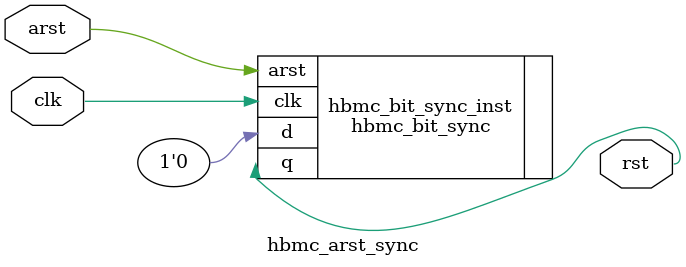
<source format=v>

/* 
 * ----------------------------------------------------------------------------
 *  Project:  OpenHBMC
 *  Filename: hbmc_arst_sync.v
 *  Purpose:  Reset synchronizer with asynchronous reset assertion
 *            and clock synchronous deassertion.
 * ----------------------------------------------------------------------------
 *  Copyright © 2020-2022, Vaagn Oganesyan <ovgn@protonmail.com>
 *  
 *  Licensed under the Apache License, Version 2.0 (the "License");
 *  you may not use this file except in compliance with the License.
 *  You may obtain a copy of the License at
 *  
 *      http://www.apache.org/licenses/LICENSE-2.0
 *  
 *  Unless required by applicable law or agreed to in writing, software
 *  distributed under the License is distributed on an "AS IS" BASIS,
 *  WITHOUT WARRANTIES OR CONDITIONS OF ANY KIND, either express or implied.
 *  See the License for the specific language governing permissions and
 *  limitations under the License.
 * ----------------------------------------------------------------------------
 */


`default_nettype none
`timescale 1ps / 1ps


(* KEEP_HIERARCHY = "TRUE" *)
module hbmc_arst_sync #
(
    parameter integer C_SYNC_STAGES = 3
)
(
    input   wire    clk,
    input   wire    arst,
    output  wire    rst
);
    
    hbmc_bit_sync #
    (
        .C_SYNC_STAGES  ( C_SYNC_STAGES ),
        .C_RESET_STATE  ( 1'b1          )
    )
    hbmc_bit_sync_inst
    (
        .arst   ( arst ),
        .clk    ( clk  ),
        .d      ( 1'b0 ),
        .q      ( rst  )
    );
    
endmodule

/*----------------------------------------------------------------------------------------------------------------------------*/

`default_nettype wire

</source>
